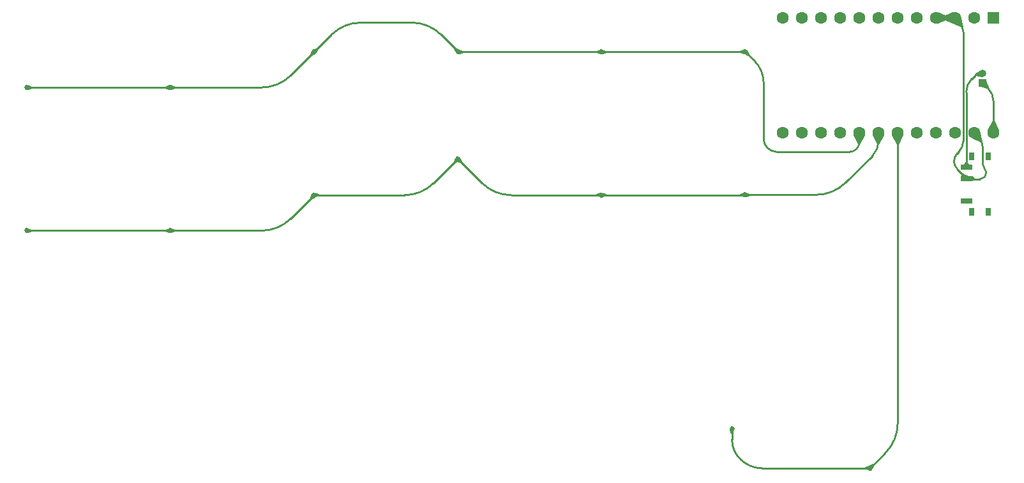
<source format=gbr>
%TF.GenerationSoftware,KiCad,Pcbnew,8.0.0*%
%TF.CreationDate,2024-03-11T23:33:38-04:00*%
%TF.ProjectId,Kiwi MKIII Left,4b697769-204d-44b4-9949-49204c656674,rev?*%
%TF.SameCoordinates,Original*%
%TF.FileFunction,Copper,L1,Top*%
%TF.FilePolarity,Positive*%
%FSLAX46Y46*%
G04 Gerber Fmt 4.6, Leading zero omitted, Abs format (unit mm)*
G04 Created by KiCad (PCBNEW 8.0.0) date 2024-03-11 23:33:38*
%MOMM*%
%LPD*%
G01*
G04 APERTURE LIST*
%TA.AperFunction,SMDPad,CuDef*%
%ADD10R,0.800000X1.000000*%
%TD*%
%TA.AperFunction,SMDPad,CuDef*%
%ADD11R,1.500000X0.700000*%
%TD*%
%TA.AperFunction,ComponentPad*%
%ADD12R,1.000000X1.000000*%
%TD*%
%TA.AperFunction,ComponentPad*%
%ADD13O,1.000000X1.000000*%
%TD*%
%TA.AperFunction,ComponentPad*%
%ADD14R,1.600000X1.600000*%
%TD*%
%TA.AperFunction,ComponentPad*%
%ADD15C,1.600000*%
%TD*%
%TA.AperFunction,ViaPad*%
%ADD16C,0.685800*%
%TD*%
%TA.AperFunction,Conductor*%
%ADD17C,0.250000*%
%TD*%
%TA.AperFunction,Conductor*%
%ADD18C,0.127000*%
%TD*%
G04 APERTURE END LIST*
D10*
%TO.P,SW215,*%
%TO.N,*%
X358324307Y-144630200D03*
X360534307Y-144630200D03*
X358324307Y-137330200D03*
X360534307Y-137330200D03*
D11*
%TO.P,SW215,1,A*%
%TO.N,unconnected-(SW215-A-Pad1)*%
X357674307Y-143230200D03*
%TO.P,SW215,2,B*%
%TO.N,GND2*%
X357674307Y-140230200D03*
%TO.P,SW215,3,C*%
%TO.N,Net-(BT201--)*%
X357674307Y-138730200D03*
%TD*%
D12*
%TO.P,BT201,1,+*%
%TO.N,Net-(BT201-+)*%
X359779300Y-127542700D03*
D13*
%TO.P,BT201,2,-*%
%TO.N,Net-(BT201--)*%
X359779300Y-126272700D03*
%TD*%
D14*
%TO.P,U201,1,TX*%
%TO.N,unconnected-(U201-TX-Pad1)*%
X361199300Y-118922700D03*
D15*
%TO.P,U201,2,RX*%
%TO.N,unconnected-(U201-RX-Pad2)*%
X358659300Y-118922700D03*
%TO.P,U201,3,GND*%
%TO.N,GND2*%
X356119300Y-118922700D03*
%TO.P,U201,4,GND*%
X353579300Y-118922700D03*
%TO.P,U201,5,SDA*%
%TO.N,unconnected-(U201-SDA-Pad5)*%
X351039300Y-118922700D03*
%TO.P,U201,6,SCL*%
%TO.N,unconnected-(U201-SCL-Pad6)*%
X348499300Y-118922700D03*
%TO.P,U201,7,D4*%
%TO.N,COLUMN 0*%
X345959300Y-118922700D03*
%TO.P,U201,8,C6*%
%TO.N,COLUMN 1*%
X343419300Y-118922700D03*
%TO.P,U201,9,D7*%
%TO.N,COLUMN 2*%
X340879300Y-118922700D03*
%TO.P,U201,10,E6*%
%TO.N,COLUMN 3*%
X338339300Y-118922700D03*
%TO.P,U201,11,B4*%
%TO.N,COLUMN 4*%
X335799300Y-118922700D03*
%TO.P,U201,12,B5*%
%TO.N,COLUMN 5*%
X333259300Y-118922700D03*
%TO.P,U201,13,B6*%
%TO.N,unconnected-(U201-B6-Pad13)*%
X333259300Y-134162700D03*
%TO.P,U201,14,B2*%
%TO.N,unconnected-(U201-B2-Pad14)*%
X335799300Y-134162700D03*
%TO.P,U201,15,B3*%
%TO.N,unconnected-(U201-B3-Pad15)*%
X338339300Y-134162700D03*
%TO.P,U201,16,B1*%
%TO.N,unconnected-(U201-B1-Pad16)*%
X340879300Y-134162700D03*
%TO.P,U201,17,F7*%
%TO.N,Row 0*%
X343419300Y-134162700D03*
%TO.P,U201,18,F6*%
%TO.N,Row 1*%
X345959300Y-134162700D03*
%TO.P,U201,19,F5*%
%TO.N,Row 2*%
X348499300Y-134162700D03*
%TO.P,U201,20,F4*%
%TO.N,unconnected-(U201-F4-Pad20)*%
X351039300Y-134162700D03*
%TO.P,U201,21,VCC*%
%TO.N,unconnected-(U201-VCC-Pad21)*%
X353579300Y-134162700D03*
%TO.P,U201,22,RST*%
%TO.N,unconnected-(U201-RST-Pad22)*%
X356119300Y-134162700D03*
%TO.P,U201,23,GND*%
%TO.N,GND2*%
X358659300Y-134162700D03*
%TO.P,U201,24,RAW*%
%TO.N,Net-(BT201-+)*%
X361199300Y-134162700D03*
%TD*%
D16*
%TO.N,Row 0*%
X252029300Y-128155200D03*
X309229300Y-123442700D03*
X233029300Y-128155200D03*
X290229300Y-123442700D03*
X271129300Y-123442700D03*
X328279300Y-123392700D03*
%TO.N,Row 1*%
X290179300Y-137630200D03*
X252029300Y-147155200D03*
X233029300Y-147155200D03*
X328279300Y-142392700D03*
X271129300Y-142442700D03*
X309229300Y-142442700D03*
%TO.N,Row 2*%
X326528862Y-173441968D03*
X344840897Y-178679077D03*
%TD*%
D17*
%TO.N,Row 0*%
X284087855Y-119555219D02*
X277270744Y-119555219D01*
X328279300Y-123392700D02*
X328254300Y-123417700D01*
X271129300Y-123442700D02*
X268010592Y-126561407D01*
X287935611Y-121149011D02*
X290229300Y-123442700D01*
X330729300Y-134985593D02*
X330729300Y-127575111D01*
X343419300Y-135429440D02*
X343419300Y-134162700D01*
X328193944Y-123442700D02*
X309229300Y-123442700D01*
X252029300Y-128155200D02*
X233029300Y-128155200D01*
X342156040Y-136692700D02*
X332436406Y-136692700D01*
X271129300Y-123442700D02*
X273422988Y-121149011D01*
X309229300Y-123442700D02*
X290229300Y-123442700D01*
X252029300Y-128155200D02*
X264162836Y-128155200D01*
X328279300Y-123392700D02*
X329504300Y-124617700D01*
X277270744Y-119555219D02*
G75*
G03*
X273422960Y-121148983I-44J-5441581D01*
G01*
X287935611Y-121149011D02*
G75*
G03*
X284087855Y-119555260I-3847711J-3847789D01*
G01*
X343419300Y-135429440D02*
G75*
G02*
X343049288Y-136322688I-1263300J40D01*
G01*
X329504300Y-124617700D02*
G75*
G02*
X330729295Y-127575111I-2957400J-2957400D01*
G01*
X328254300Y-123417700D02*
G75*
G02*
X328193944Y-123442718I-60400J60400D01*
G01*
X343049299Y-136322699D02*
G75*
G02*
X342156040Y-136692716I-893299J893299D01*
G01*
X331229300Y-136192700D02*
G75*
G03*
X332436406Y-136692697I1207100J1207100D01*
G01*
X330729300Y-134985593D02*
G75*
G03*
X331229298Y-136192702I1707100J-7D01*
G01*
X268010592Y-126561407D02*
G75*
G02*
X264162836Y-128155210I-3847792J3847807D01*
G01*
%TO.N,Row 1*%
X264162836Y-147155200D02*
X252029300Y-147155200D01*
X290179300Y-137630200D02*
X286960592Y-140848907D01*
X345959300Y-135287700D02*
X345959300Y-134162700D01*
X271129300Y-142442700D02*
X283112836Y-142442700D01*
X341573092Y-140798907D02*
X345163804Y-137208195D01*
X328279300Y-142392700D02*
X328254300Y-142417700D01*
X271129300Y-142442700D02*
X268010592Y-145561407D01*
X328193944Y-142442700D02*
X309229300Y-142442700D01*
X293398007Y-140848907D02*
X290179300Y-137630200D01*
X297245763Y-142442700D02*
X309229300Y-142442700D01*
X252029300Y-147155200D02*
X233029300Y-147155200D01*
X328279300Y-142392700D02*
X337725336Y-142392700D01*
X268010592Y-145561407D02*
G75*
G02*
X264162836Y-147155210I-3847792J3847807D01*
G01*
X345959300Y-135287700D02*
G75*
G02*
X345163807Y-137208198I-2716000J0D01*
G01*
X328254300Y-142417700D02*
G75*
G02*
X328193944Y-142442718I-60400J60400D01*
G01*
X293398008Y-140848906D02*
G75*
G03*
X297245763Y-142442710I3847792J3847806D01*
G01*
X286960592Y-140848907D02*
G75*
G02*
X283112836Y-142442710I-3847792J3847807D01*
G01*
X341573092Y-140798907D02*
G75*
G02*
X337725336Y-142392710I-3847792J3847807D01*
G01*
%TO.N,Row 2*%
X348499300Y-172766710D02*
X348499300Y-134162700D01*
X330475752Y-178679077D02*
X344840897Y-178679077D01*
X346905507Y-176614466D02*
X344840897Y-178679077D01*
X326528862Y-173441968D02*
X326528862Y-174904505D01*
X327684879Y-177523059D02*
X327563031Y-177401211D01*
X348499300Y-172766710D02*
G75*
G02*
X346905513Y-176614472I-5441600J10D01*
G01*
X327684879Y-177523059D02*
G75*
G03*
X330475752Y-178679114I2790921J2790859D01*
G01*
X326528862Y-174904505D02*
G75*
G03*
X327563042Y-177401200I3530838J5D01*
G01*
%TO.N,Net-(BT201--)*%
X357783044Y-138546456D02*
X357966788Y-138730200D01*
X357599300Y-138102858D02*
X357599300Y-128787087D01*
X359425747Y-126272700D02*
X359779300Y-126272700D01*
X358822194Y-126522699D02*
X358335747Y-127009147D01*
X359425747Y-126272700D02*
G75*
G03*
X358822182Y-126522687I-47J-853500D01*
G01*
X357599300Y-138102858D02*
G75*
G03*
X357783032Y-138546468I627300J-42D01*
G01*
X358335747Y-127009147D02*
G75*
G03*
X357599295Y-128787087I1777953J-1777953D01*
G01*
%TO.N,Net-(BT201-+)*%
X361199300Y-129966791D02*
X361199300Y-134162700D01*
X360489300Y-128252700D02*
X359779300Y-127542700D01*
X360489300Y-128252700D02*
G75*
G02*
X361199303Y-129966791I-1714100J-1714100D01*
G01*
%TO.N,GND2*%
X359776033Y-138313473D02*
X359776033Y-136069082D01*
X357199300Y-135260060D02*
X357199300Y-120766375D01*
D18*
X357674307Y-140230200D02*
X357674307Y-140160448D01*
D17*
X357674307Y-140230200D02*
X357711807Y-140267700D01*
X355355624Y-118922700D02*
X353579300Y-118922700D01*
X359434306Y-140305200D02*
X357802340Y-140305200D01*
X357674307Y-140230200D02*
X356400912Y-138956805D01*
X359217666Y-134721066D02*
X358659300Y-134162700D01*
X356400912Y-136921112D02*
X356589303Y-136732722D01*
X356400912Y-136921112D02*
G75*
G03*
X355979289Y-137938959I1017888J-1017888D01*
G01*
X356659300Y-119462700D02*
G75*
G03*
X355355624Y-118922690I-1303700J-1303700D01*
G01*
X359776033Y-138313473D02*
G75*
G03*
X360017664Y-138896843I824967J-27D01*
G01*
X355979307Y-137938959D02*
G75*
G03*
X356400883Y-138956834I1439493J-41D01*
G01*
X359217666Y-134721066D02*
G75*
G02*
X359776030Y-136069082I-1348066J-1348034D01*
G01*
X357199300Y-135260060D02*
G75*
G02*
X356589332Y-136732751I-2082700J-40D01*
G01*
X360259307Y-139480200D02*
G75*
G02*
X360017672Y-140063564I-825007J0D01*
G01*
X360017669Y-138896838D02*
G75*
G02*
X360259304Y-139480200I-583369J-583362D01*
G01*
X356659300Y-119462700D02*
G75*
G02*
X357199310Y-120766375I-1303700J-1303700D01*
G01*
X357711807Y-140267700D02*
G75*
G03*
X357802340Y-140305181I90493J90500D01*
G01*
X360017670Y-140063562D02*
G75*
G02*
X359434306Y-140305204I-583370J583362D01*
G01*
%TD*%
%TA.AperFunction,Conductor*%
%TO.N,Row 2*%
G36*
X326835516Y-173568956D02*
G01*
X326841831Y-173575305D01*
X326842067Y-173583577D01*
X326656586Y-174119892D01*
X326650644Y-174126591D01*
X326645529Y-174127768D01*
X326412195Y-174127768D01*
X326403922Y-174124341D01*
X326401138Y-174119892D01*
X326215656Y-173583577D01*
X326216190Y-173574638D01*
X326222205Y-173568957D01*
X326524357Y-173442847D01*
X326533308Y-173442824D01*
X326835516Y-173568956D01*
G37*
%TD.AperFunction*%
%TD*%
%TA.AperFunction,Conductor*%
%TO.N,Row 0*%
G36*
X252707224Y-128027476D02*
G01*
X252713923Y-128033418D01*
X252715100Y-128038533D01*
X252715100Y-128271866D01*
X252711673Y-128280139D01*
X252707224Y-128282923D01*
X252170909Y-128468405D01*
X252161970Y-128467871D01*
X252156288Y-128461854D01*
X252030179Y-128159704D01*
X252030156Y-128150752D01*
X252156289Y-127848543D01*
X252162637Y-127842230D01*
X252170908Y-127841994D01*
X252707224Y-128027476D01*
G37*
%TD.AperFunction*%
%TD*%
%TA.AperFunction,Conductor*%
%TO.N,Row 2*%
G36*
X349155990Y-134434598D02*
G01*
X349227053Y-134464130D01*
X349233378Y-134470469D01*
X349233367Y-134479424D01*
X349233133Y-134479951D01*
X348627472Y-135756017D01*
X348620829Y-135762021D01*
X348616902Y-135762700D01*
X348381698Y-135762700D01*
X348373425Y-135759273D01*
X348371128Y-135756017D01*
X347765466Y-134479951D01*
X347765015Y-134471007D01*
X347771019Y-134464364D01*
X347771534Y-134464134D01*
X348494812Y-134163564D01*
X348503761Y-134163554D01*
X349155990Y-134434598D01*
G37*
%TD.AperFunction*%
%TD*%
%TA.AperFunction,Conductor*%
%TO.N,Row 0*%
G36*
X328152582Y-123086702D02*
G01*
X328152686Y-123086944D01*
X328278419Y-123388194D01*
X328278443Y-123397148D01*
X328278419Y-123397206D01*
X328151991Y-123700121D01*
X328145642Y-123706436D01*
X328138246Y-123706938D01*
X327612198Y-123569978D01*
X327605055Y-123564577D01*
X327603446Y-123558655D01*
X327603446Y-123325306D01*
X327606873Y-123317033D01*
X327610395Y-123314614D01*
X328137142Y-123080756D01*
X328146093Y-123080532D01*
X328152582Y-123086702D01*
G37*
%TD.AperFunction*%
%TD*%
%TA.AperFunction,Conductor*%
%TO.N,Row 1*%
G36*
X252707224Y-147027476D02*
G01*
X252713923Y-147033418D01*
X252715100Y-147038533D01*
X252715100Y-147271866D01*
X252711673Y-147280139D01*
X252707224Y-147282923D01*
X252170909Y-147468405D01*
X252161970Y-147467871D01*
X252156288Y-147461854D01*
X252030179Y-147159704D01*
X252030156Y-147150752D01*
X252156289Y-146848543D01*
X252162637Y-146842230D01*
X252170908Y-146841994D01*
X252707224Y-147027476D01*
G37*
%TD.AperFunction*%
%TD*%
%TA.AperFunction,Conductor*%
%TO.N,Net-(BT201--)*%
G36*
X359432877Y-125926249D02*
G01*
X359673988Y-126166398D01*
X359776569Y-126268570D01*
X359780012Y-126276837D01*
X359780012Y-126276877D01*
X359779320Y-126758492D01*
X359775881Y-126766760D01*
X359767603Y-126770175D01*
X359765359Y-126769954D01*
X358922399Y-126603929D01*
X358916232Y-126600566D01*
X358754611Y-126432731D01*
X358751341Y-126424394D01*
X358754923Y-126416187D01*
X358756066Y-126415219D01*
X359417660Y-125925137D01*
X359426345Y-125922968D01*
X359432877Y-125926249D01*
G37*
%TD.AperFunction*%
%TD*%
%TA.AperFunction,Conductor*%
%TO.N,Row 0*%
G36*
X251896629Y-127842528D02*
G01*
X251902311Y-127848545D01*
X252028419Y-128150694D01*
X252028443Y-128159648D01*
X252028419Y-128159706D01*
X251902311Y-128461854D01*
X251895962Y-128468169D01*
X251887690Y-128468405D01*
X251351376Y-128282923D01*
X251344677Y-128276981D01*
X251343500Y-128271866D01*
X251343500Y-128038533D01*
X251346927Y-128030260D01*
X251351376Y-128027476D01*
X251887691Y-127841994D01*
X251896629Y-127842528D01*
G37*
%TD.AperFunction*%
%TD*%
%TA.AperFunction,Conductor*%
%TO.N,GND2*%
G36*
X353896024Y-118188632D02*
G01*
X353896540Y-118188861D01*
X355172617Y-118794528D01*
X355178621Y-118801171D01*
X355179300Y-118805098D01*
X355179300Y-119040301D01*
X355175873Y-119048574D01*
X355172617Y-119050871D01*
X353896551Y-119656533D01*
X353887607Y-119656984D01*
X353880964Y-119650980D01*
X353880730Y-119650453D01*
X353851198Y-119579390D01*
X353580164Y-118927187D01*
X353580154Y-118918238D01*
X353880730Y-118194945D01*
X353887069Y-118188621D01*
X353896024Y-118188632D01*
G37*
%TD.AperFunction*%
%TD*%
%TA.AperFunction,Conductor*%
%TO.N,Row 1*%
G36*
X328957224Y-142264976D02*
G01*
X328963923Y-142270918D01*
X328965100Y-142276033D01*
X328965100Y-142509366D01*
X328961673Y-142517639D01*
X328957224Y-142520423D01*
X328420909Y-142705905D01*
X328411970Y-142705371D01*
X328406288Y-142699354D01*
X328280179Y-142397204D01*
X328280156Y-142388252D01*
X328406289Y-142086043D01*
X328412637Y-142079730D01*
X328420908Y-142079494D01*
X328957224Y-142264976D01*
G37*
%TD.AperFunction*%
%TD*%
%TA.AperFunction,Conductor*%
%TO.N,Row 2*%
G36*
X344708226Y-178366405D02*
G01*
X344713908Y-178372422D01*
X344840016Y-178674571D01*
X344840040Y-178683525D01*
X344840016Y-178683583D01*
X344713908Y-178985731D01*
X344707559Y-178992046D01*
X344699287Y-178992282D01*
X344162973Y-178806800D01*
X344156274Y-178800858D01*
X344155097Y-178795743D01*
X344155097Y-178562410D01*
X344158524Y-178554137D01*
X344162973Y-178551353D01*
X344699288Y-178365871D01*
X344708226Y-178366405D01*
G37*
%TD.AperFunction*%
%TD*%
%TA.AperFunction,Conductor*%
%TO.N,Row 1*%
G36*
X309096629Y-142130028D02*
G01*
X309102311Y-142136045D01*
X309228419Y-142438194D01*
X309228443Y-142447148D01*
X309228419Y-142447206D01*
X309102311Y-142749354D01*
X309095962Y-142755669D01*
X309087690Y-142755905D01*
X308551376Y-142570423D01*
X308544677Y-142564481D01*
X308543500Y-142559366D01*
X308543500Y-142326033D01*
X308546927Y-142317760D01*
X308551376Y-142314976D01*
X309087691Y-142129494D01*
X309096629Y-142130028D01*
G37*
%TD.AperFunction*%
%TD*%
%TA.AperFunction,Conductor*%
%TO.N,Row 1*%
G36*
X328152582Y-142086702D02*
G01*
X328152686Y-142086944D01*
X328278419Y-142388194D01*
X328278443Y-142397148D01*
X328278419Y-142397206D01*
X328151991Y-142700121D01*
X328145642Y-142706436D01*
X328138246Y-142706938D01*
X327612198Y-142569978D01*
X327605055Y-142564577D01*
X327603446Y-142558655D01*
X327603446Y-142325306D01*
X327606873Y-142317033D01*
X327610395Y-142314614D01*
X328137142Y-142080756D01*
X328146093Y-142080532D01*
X328152582Y-142086702D01*
G37*
%TD.AperFunction*%
%TD*%
%TA.AperFunction,Conductor*%
%TO.N,Row 1*%
G36*
X233707224Y-147027476D02*
G01*
X233713923Y-147033418D01*
X233715100Y-147038533D01*
X233715100Y-147271866D01*
X233711673Y-147280139D01*
X233707224Y-147282923D01*
X233170909Y-147468405D01*
X233161970Y-147467871D01*
X233156288Y-147461854D01*
X233030179Y-147159704D01*
X233030156Y-147150752D01*
X233156289Y-146848543D01*
X233162637Y-146842230D01*
X233170908Y-146841994D01*
X233707224Y-147027476D01*
G37*
%TD.AperFunction*%
%TD*%
%TA.AperFunction,Conductor*%
%TO.N,Row 2*%
G36*
X345243334Y-178111647D02*
G01*
X345408326Y-178276639D01*
X345411753Y-178284912D01*
X345410576Y-178290027D01*
X345162499Y-178800413D01*
X345155800Y-178806355D01*
X345147528Y-178806119D01*
X344844706Y-178681640D01*
X344838357Y-178675325D01*
X344838333Y-178675267D01*
X344713854Y-178372445D01*
X344713878Y-178363491D01*
X344719559Y-178357474D01*
X345229949Y-178109396D01*
X345238885Y-178108863D01*
X345243334Y-178111647D01*
G37*
%TD.AperFunction*%
%TD*%
%TA.AperFunction,Conductor*%
%TO.N,Row 0*%
G36*
X289840246Y-122873019D02*
G01*
X290285677Y-123089523D01*
X290350636Y-123121097D01*
X290356578Y-123127796D01*
X290356342Y-123136068D01*
X290231863Y-123438890D01*
X290225548Y-123445239D01*
X290225490Y-123445263D01*
X289922668Y-123569742D01*
X289913714Y-123569718D01*
X289907697Y-123564036D01*
X289876123Y-123499077D01*
X289659619Y-123053647D01*
X289659086Y-123044711D01*
X289661868Y-123040264D01*
X289826863Y-122875269D01*
X289835135Y-122871843D01*
X289840246Y-122873019D01*
G37*
%TD.AperFunction*%
%TD*%
%TA.AperFunction,Conductor*%
%TO.N,GND2*%
G36*
X355817635Y-118194419D02*
G01*
X355817869Y-118194946D01*
X356118434Y-118918210D01*
X356118444Y-118927163D01*
X356118435Y-118927185D01*
X356118434Y-118927190D01*
X355817869Y-119650453D01*
X355811530Y-119656778D01*
X355802575Y-119656767D01*
X355802048Y-119656533D01*
X354525983Y-119050871D01*
X354519979Y-119044228D01*
X354519300Y-119040301D01*
X354519300Y-118805098D01*
X354522727Y-118796825D01*
X354525983Y-118794528D01*
X355802049Y-118188865D01*
X355810992Y-118188415D01*
X355817635Y-118194419D01*
G37*
%TD.AperFunction*%
%TD*%
%TA.AperFunction,Conductor*%
%TO.N,Row 0*%
G36*
X290907224Y-123314976D02*
G01*
X290913923Y-123320918D01*
X290915100Y-123326033D01*
X290915100Y-123559366D01*
X290911673Y-123567639D01*
X290907224Y-123570423D01*
X290370909Y-123755905D01*
X290361970Y-123755371D01*
X290356288Y-123749354D01*
X290230179Y-123447204D01*
X290230156Y-123438252D01*
X290356289Y-123136043D01*
X290362637Y-123129730D01*
X290370908Y-123129494D01*
X290907224Y-123314976D01*
G37*
%TD.AperFunction*%
%TD*%
%TA.AperFunction,Conductor*%
%TO.N,Row 1*%
G36*
X271807224Y-142314976D02*
G01*
X271813923Y-142320918D01*
X271815100Y-142326033D01*
X271815100Y-142559366D01*
X271811673Y-142567639D01*
X271807224Y-142570423D01*
X271270909Y-142755905D01*
X271261970Y-142755371D01*
X271256288Y-142749354D01*
X271130179Y-142447204D01*
X271130156Y-142438252D01*
X271256289Y-142136043D01*
X271262637Y-142129730D01*
X271270908Y-142129494D01*
X271807224Y-142314976D01*
G37*
%TD.AperFunction*%
%TD*%
%TA.AperFunction,Conductor*%
%TO.N,Row 0*%
G36*
X328594885Y-123265681D02*
G01*
X328600902Y-123271363D01*
X328745415Y-123568681D01*
X328812939Y-123707603D01*
X328848979Y-123781749D01*
X328849513Y-123790688D01*
X328846729Y-123795137D01*
X328681737Y-123960129D01*
X328673464Y-123963556D01*
X328668350Y-123962379D01*
X328296726Y-123781749D01*
X328157963Y-123714302D01*
X328152021Y-123707603D01*
X328152257Y-123699331D01*
X328276737Y-123396507D01*
X328283050Y-123390160D01*
X328585931Y-123265657D01*
X328594885Y-123265681D01*
G37*
%TD.AperFunction*%
%TD*%
%TA.AperFunction,Conductor*%
%TO.N,GND2*%
G36*
X356854689Y-118621793D02*
G01*
X356861013Y-118628133D01*
X356861580Y-118629886D01*
X357213893Y-120108914D01*
X357212476Y-120117756D01*
X357206988Y-120122434D01*
X356990020Y-120212307D01*
X356981066Y-120212307D01*
X356980554Y-120212081D01*
X355823232Y-119666555D01*
X355817210Y-119659928D01*
X355817407Y-119651505D01*
X356117062Y-118926267D01*
X356123386Y-118919932D01*
X356845735Y-118621782D01*
X356854689Y-118621793D01*
G37*
%TD.AperFunction*%
%TD*%
%TA.AperFunction,Conductor*%
%TO.N,Row 1*%
G36*
X290494885Y-137503181D02*
G01*
X290500902Y-137508863D01*
X290645415Y-137806181D01*
X290712939Y-137945103D01*
X290748979Y-138019249D01*
X290749513Y-138028188D01*
X290746729Y-138032637D01*
X290581737Y-138197629D01*
X290573464Y-138201056D01*
X290568350Y-138199879D01*
X290196726Y-138019249D01*
X290057963Y-137951802D01*
X290052021Y-137945103D01*
X290052257Y-137936831D01*
X290176737Y-137634007D01*
X290183050Y-137627660D01*
X290485931Y-137503157D01*
X290494885Y-137503181D01*
G37*
%TD.AperFunction*%
%TD*%
%TA.AperFunction,Conductor*%
%TO.N,Row 0*%
G36*
X309907224Y-123314976D02*
G01*
X309913923Y-123320918D01*
X309915100Y-123326033D01*
X309915100Y-123559366D01*
X309911673Y-123567639D01*
X309907224Y-123570423D01*
X309370909Y-123755905D01*
X309361970Y-123755371D01*
X309356288Y-123749354D01*
X309230179Y-123447204D01*
X309230156Y-123438252D01*
X309356289Y-123136043D01*
X309362637Y-123129730D01*
X309370908Y-123129494D01*
X309907224Y-123314976D01*
G37*
%TD.AperFunction*%
%TD*%
%TA.AperFunction,Conductor*%
%TO.N,Row 1*%
G36*
X309907224Y-142314976D02*
G01*
X309913923Y-142320918D01*
X309915100Y-142326033D01*
X309915100Y-142559366D01*
X309911673Y-142567639D01*
X309907224Y-142570423D01*
X309370909Y-142755905D01*
X309361970Y-142755371D01*
X309356288Y-142749354D01*
X309230179Y-142447204D01*
X309230156Y-142438252D01*
X309356289Y-142136043D01*
X309362637Y-142129730D01*
X309370908Y-142129494D01*
X309907224Y-142314976D01*
G37*
%TD.AperFunction*%
%TD*%
%TA.AperFunction,Conductor*%
%TO.N,Row 0*%
G36*
X270822668Y-123315657D02*
G01*
X271125490Y-123440136D01*
X271131839Y-123446451D01*
X271131863Y-123446509D01*
X271256342Y-123749331D01*
X271256318Y-123758285D01*
X271250636Y-123764302D01*
X270740250Y-124012379D01*
X270731311Y-124012913D01*
X270726862Y-124010129D01*
X270561870Y-123845137D01*
X270558443Y-123836864D01*
X270559618Y-123831754D01*
X270807697Y-123321362D01*
X270814396Y-123315421D01*
X270822668Y-123315657D01*
G37*
%TD.AperFunction*%
%TD*%
%TA.AperFunction,Conductor*%
%TO.N,Row 1*%
G36*
X251896629Y-146842528D02*
G01*
X251902311Y-146848545D01*
X252028419Y-147150694D01*
X252028443Y-147159648D01*
X252028419Y-147159706D01*
X251902311Y-147461854D01*
X251895962Y-147468169D01*
X251887690Y-147468405D01*
X251351376Y-147282923D01*
X251344677Y-147276981D01*
X251343500Y-147271866D01*
X251343500Y-147038533D01*
X251346927Y-147030260D01*
X251351376Y-147027476D01*
X251887691Y-146841994D01*
X251896629Y-146842528D01*
G37*
%TD.AperFunction*%
%TD*%
%TA.AperFunction,Conductor*%
%TO.N,GND2*%
G36*
X359394806Y-133861744D02*
G01*
X359401130Y-133868084D01*
X359401671Y-133869732D01*
X359766628Y-135341610D01*
X359765293Y-135350465D01*
X359759749Y-135355235D01*
X359542807Y-135445096D01*
X359533853Y-135445096D01*
X359533439Y-135444916D01*
X358363370Y-134906505D01*
X358357287Y-134899933D01*
X358357448Y-134891408D01*
X358657062Y-134166267D01*
X358663386Y-134159932D01*
X359385854Y-133861733D01*
X359394806Y-133861744D01*
G37*
%TD.AperFunction*%
%TD*%
%TA.AperFunction,Conductor*%
%TO.N,Net-(BT201-+)*%
G36*
X361325175Y-132566127D02*
G01*
X361327472Y-132569383D01*
X361933133Y-133845448D01*
X361933584Y-133854392D01*
X361927580Y-133861035D01*
X361927053Y-133861269D01*
X361203790Y-134161834D01*
X361194836Y-134161844D01*
X361194810Y-134161834D01*
X360471546Y-133861269D01*
X360465221Y-133854930D01*
X360465232Y-133845975D01*
X360465454Y-133845473D01*
X361071128Y-132569382D01*
X361077771Y-132563379D01*
X361081698Y-132562700D01*
X361316902Y-132562700D01*
X361325175Y-132566127D01*
G37*
%TD.AperFunction*%
%TD*%
%TA.AperFunction,Conductor*%
%TO.N,GND2*%
G36*
X358427330Y-139933029D02*
G01*
X358429503Y-139934252D01*
X358769401Y-140176701D01*
X358774147Y-140184294D01*
X358774307Y-140186225D01*
X358774307Y-140422485D01*
X358770880Y-140430758D01*
X358767216Y-140433239D01*
X358429115Y-140578139D01*
X358420161Y-140578248D01*
X358419577Y-140577995D01*
X358085896Y-140422485D01*
X357697849Y-140241637D01*
X357691797Y-140235036D01*
X357692186Y-140226090D01*
X357698453Y-140220166D01*
X358418377Y-139932912D01*
X358427330Y-139933029D01*
G37*
%TD.AperFunction*%
%TD*%
%TA.AperFunction,Conductor*%
%TO.N,Row 1*%
G36*
X345964009Y-134163591D02*
G01*
X346686802Y-134464024D01*
X346693126Y-134470364D01*
X346693115Y-134479319D01*
X346692768Y-134480076D01*
X346049113Y-135762633D01*
X346042339Y-135768490D01*
X346036053Y-135768792D01*
X345806847Y-135716479D01*
X345799543Y-135711297D01*
X345798846Y-135710016D01*
X345225353Y-134479910D01*
X345224964Y-134470966D01*
X345231014Y-134464364D01*
X345231442Y-134464175D01*
X345955032Y-134163590D01*
X345963986Y-134163582D01*
X345964009Y-134163591D01*
G37*
%TD.AperFunction*%
%TD*%
%TA.AperFunction,Conductor*%
%TO.N,Row 0*%
G36*
X309096629Y-123130028D02*
G01*
X309102311Y-123136045D01*
X309228419Y-123438194D01*
X309228443Y-123447148D01*
X309228419Y-123447206D01*
X309102311Y-123749354D01*
X309095962Y-123755669D01*
X309087690Y-123755905D01*
X308551376Y-123570423D01*
X308544677Y-123564481D01*
X308543500Y-123559366D01*
X308543500Y-123326033D01*
X308546927Y-123317760D01*
X308551376Y-123314976D01*
X309087691Y-123129494D01*
X309096629Y-123130028D01*
G37*
%TD.AperFunction*%
%TD*%
%TA.AperFunction,Conductor*%
%TO.N,Row 0*%
G36*
X233707224Y-128027476D02*
G01*
X233713923Y-128033418D01*
X233715100Y-128038533D01*
X233715100Y-128271866D01*
X233711673Y-128280139D01*
X233707224Y-128282923D01*
X233170909Y-128468405D01*
X233161970Y-128467871D01*
X233156288Y-128461854D01*
X233030179Y-128159704D01*
X233030156Y-128150752D01*
X233156289Y-127848543D01*
X233162637Y-127842230D01*
X233170908Y-127841994D01*
X233707224Y-128027476D01*
G37*
%TD.AperFunction*%
%TD*%
%TA.AperFunction,Conductor*%
%TO.N,Net-(BT201--)*%
G36*
X357726972Y-138056477D02*
G01*
X357727813Y-138057414D01*
X357981399Y-138372472D01*
X357983917Y-138381065D01*
X357981013Y-138387599D01*
X357682120Y-138722446D01*
X357674055Y-138726336D01*
X357665601Y-138723383D01*
X357665576Y-138723361D01*
X357290445Y-138386569D01*
X357286578Y-138378492D01*
X357288155Y-138371966D01*
X357470914Y-138058852D01*
X357478044Y-138053434D01*
X357481019Y-138053050D01*
X357718699Y-138053050D01*
X357726972Y-138056477D01*
G37*
%TD.AperFunction*%
%TD*%
%TA.AperFunction,Conductor*%
%TO.N,Row 1*%
G36*
X289872668Y-137503157D02*
G01*
X290175490Y-137627636D01*
X290181839Y-137633951D01*
X290181863Y-137634009D01*
X290306342Y-137936831D01*
X290306318Y-137945785D01*
X290300636Y-137951802D01*
X289790250Y-138199879D01*
X289781311Y-138200413D01*
X289776862Y-138197629D01*
X289611870Y-138032637D01*
X289608443Y-138024364D01*
X289609618Y-138019254D01*
X289857697Y-137508862D01*
X289864396Y-137502921D01*
X289872668Y-137503157D01*
G37*
%TD.AperFunction*%
%TD*%
%TA.AperFunction,Conductor*%
%TO.N,Net-(BT201-+)*%
G36*
X360277690Y-127340429D02*
G01*
X360283896Y-127346518D01*
X360695267Y-128282176D01*
X360695459Y-128291129D01*
X360691678Y-128296167D01*
X360506069Y-128438589D01*
X360497420Y-128440907D01*
X360494319Y-128440053D01*
X359582310Y-128047260D01*
X359576067Y-128040840D01*
X359576124Y-128032046D01*
X359776833Y-127546404D01*
X359783156Y-127540071D01*
X360268737Y-127340406D01*
X360277690Y-127340429D01*
G37*
%TD.AperFunction*%
%TD*%
%TA.AperFunction,Conductor*%
%TO.N,Row 0*%
G36*
X271531737Y-122875270D02*
G01*
X271696729Y-123040262D01*
X271700156Y-123048535D01*
X271698979Y-123053650D01*
X271450902Y-123564036D01*
X271444203Y-123569978D01*
X271435931Y-123569742D01*
X271133109Y-123445263D01*
X271126760Y-123438948D01*
X271126736Y-123438890D01*
X271002257Y-123136068D01*
X271002281Y-123127114D01*
X271007962Y-123121097D01*
X271518352Y-122873019D01*
X271527288Y-122872486D01*
X271531737Y-122875270D01*
G37*
%TD.AperFunction*%
%TD*%
%TA.AperFunction,Conductor*%
%TO.N,GND2*%
G36*
X357172794Y-139548221D02*
G01*
X357506169Y-139719413D01*
X357799258Y-139869918D01*
X357809714Y-139875287D01*
X357815508Y-139882115D01*
X357815189Y-139890146D01*
X357679678Y-140219568D01*
X357673362Y-140225915D01*
X357664407Y-140225937D01*
X357663906Y-140225717D01*
X356934351Y-139884892D01*
X356928306Y-139878286D01*
X356928451Y-139869918D01*
X356987542Y-139723308D01*
X356990117Y-139719415D01*
X357159177Y-139550355D01*
X357167449Y-139546929D01*
X357172794Y-139548221D01*
G37*
%TD.AperFunction*%
%TD*%
%TA.AperFunction,Conductor*%
%TO.N,Row 0*%
G36*
X344146778Y-134464014D02*
G01*
X344153102Y-134470354D01*
X344153091Y-134479309D01*
X344152733Y-134480087D01*
X343509876Y-135754510D01*
X343503091Y-135760354D01*
X343495814Y-135760368D01*
X343272345Y-135687754D01*
X343265536Y-135681938D01*
X343265424Y-135681712D01*
X342685573Y-134479991D01*
X342685064Y-134471050D01*
X342691025Y-134464369D01*
X342691607Y-134464107D01*
X343415120Y-134163612D01*
X343424071Y-134163604D01*
X344146778Y-134464014D01*
G37*
%TD.AperFunction*%
%TD*%
%TA.AperFunction,Conductor*%
%TO.N,Row 1*%
G36*
X270822668Y-142315657D02*
G01*
X271125490Y-142440136D01*
X271131839Y-142446451D01*
X271131863Y-142446509D01*
X271256342Y-142749331D01*
X271256318Y-142758285D01*
X271250636Y-142764302D01*
X270740250Y-143012379D01*
X270731311Y-143012913D01*
X270726862Y-143010129D01*
X270561870Y-142845137D01*
X270558443Y-142836864D01*
X270559618Y-142831754D01*
X270807697Y-142321362D01*
X270814396Y-142315421D01*
X270822668Y-142315657D01*
G37*
%TD.AperFunction*%
%TD*%
M02*

</source>
